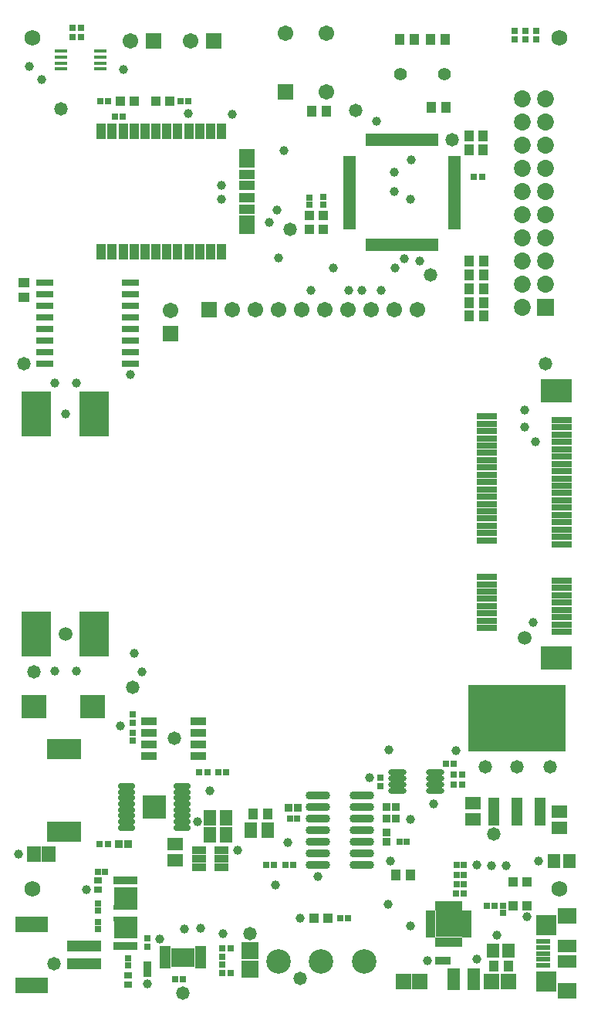
<source format=gts>
G04*
G04 #@! TF.GenerationSoftware,Altium Limited,Altium Designer,20.0.11 (256)*
G04*
G04 Layer_Color=8388736*
%FSLAX25Y25*%
%MOIN*%
G70*
G01*
G75*
%ADD74R,0.05400X0.01600*%
%ADD79R,0.10446X0.08477*%
%ADD80R,0.04540X0.01981*%
%ADD81R,0.13398X0.09855*%
%ADD82R,0.08674X0.03162*%
%ADD83R,0.04000X0.04000*%
%ADD84R,0.02572X0.02572*%
%ADD85R,0.14580X0.08674*%
%ADD86R,0.06706X0.06902*%
%ADD87R,0.05524X0.06312*%
%ADD88R,0.04343X0.04737*%
%ADD89R,0.03398X0.03241*%
%ADD90R,0.02572X0.02572*%
%ADD91R,0.11824X0.11824*%
%ADD92R,0.01981X0.03950*%
%ADD93R,0.03950X0.01981*%
%ADD94R,0.02926X0.03084*%
%ADD95R,0.02965X0.02965*%
%ADD96R,0.03241X0.03398*%
%ADD97R,0.03359X0.02965*%
%ADD98R,0.02965X0.02965*%
%ADD99R,0.02769X0.03280*%
%ADD100R,0.02769X0.02414*%
%ADD101R,0.10446X0.08280*%
%ADD102R,0.03084X0.02926*%
%ADD103R,0.03359X0.03359*%
%ADD104R,0.03359X0.03359*%
%ADD105R,0.42139X0.29147*%
%ADD106R,0.04934X0.12020*%
%ADD107R,0.05918X0.06509*%
%ADD108R,0.05524X0.01981*%
%ADD109R,0.01981X0.05524*%
%ADD110R,0.04000X0.07100*%
%ADD111R,0.07100X0.04000*%
%ADD112R,0.05721X0.09461*%
%ADD113R,0.07690X0.07493*%
%ADD114R,0.06804X0.03359*%
%ADD115R,0.11036X0.10249*%
%ADD116R,0.06509X0.05328*%
%ADD117R,0.04000X0.04000*%
%ADD118R,0.14580X0.04737*%
%ADD119R,0.14186X0.06706*%
%ADD120R,0.05918X0.03556*%
%ADD121R,0.06115X0.02375*%
%ADD122R,0.08674X0.09068*%
%ADD123R,0.08280X0.07099*%
%ADD124R,0.08280X0.05524*%
%ADD125R,0.07178X0.03084*%
%ADD126O,0.10642X0.03556*%
%ADD127R,0.09894X0.10485*%
G04:AMPARAMS|DCode=128|XSize=25.72mil|YSize=70.99mil|CornerRadius=5.95mil|HoleSize=0mil|Usage=FLASHONLY|Rotation=90.000|XOffset=0mil|YOffset=0mil|HoleType=Round|Shape=RoundedRectangle|*
%AMROUNDEDRECTD128*
21,1,0.02572,0.05909,0,0,90.0*
21,1,0.01382,0.07099,0,0,90.0*
1,1,0.01190,0.02955,0.00691*
1,1,0.01190,0.02955,-0.00691*
1,1,0.01190,-0.02955,-0.00691*
1,1,0.01190,-0.02955,0.00691*
%
%ADD128ROUNDEDRECTD128*%
%ADD129O,0.07887X0.02572*%
%ADD130R,0.12611X0.19698*%
%ADD131R,0.05328X0.06509*%
%ADD132R,0.04737X0.04343*%
%ADD133R,0.06706X0.06706*%
%ADD134C,0.06706*%
%ADD135C,0.03950*%
%ADD136C,0.05918*%
%ADD137R,0.06706X0.06706*%
%ADD138C,0.10564*%
%ADD139C,0.05524*%
%ADD140R,0.07303X0.07303*%
%ADD141C,0.07303*%
%ADD142C,0.06800*%
%ADD143C,0.05800*%
D74*
X22109Y411551D02*
D03*
Y408992D02*
D03*
Y406433D02*
D03*
Y403874D02*
D03*
X39309D02*
D03*
Y406433D02*
D03*
Y408992D02*
D03*
Y411551D02*
D03*
D79*
X74803Y20524D02*
D03*
D80*
X67224Y16587D02*
D03*
Y18161D02*
D03*
Y19736D02*
D03*
Y21311D02*
D03*
Y22886D02*
D03*
Y24461D02*
D03*
X82382D02*
D03*
Y22886D02*
D03*
Y21311D02*
D03*
Y19736D02*
D03*
Y18161D02*
D03*
Y16587D02*
D03*
D81*
X236280Y265177D02*
D03*
Y149823D02*
D03*
D82*
X206358Y253957D02*
D03*
Y250807D02*
D03*
Y247657D02*
D03*
Y244508D02*
D03*
Y241358D02*
D03*
Y238209D02*
D03*
Y235059D02*
D03*
Y231909D02*
D03*
Y228760D02*
D03*
Y225610D02*
D03*
Y222461D02*
D03*
Y219311D02*
D03*
Y216161D02*
D03*
Y213012D02*
D03*
Y209862D02*
D03*
Y206713D02*
D03*
Y203563D02*
D03*
Y200413D02*
D03*
X238642Y252382D02*
D03*
Y249232D02*
D03*
Y246083D02*
D03*
Y242933D02*
D03*
Y239784D02*
D03*
Y236634D02*
D03*
Y233484D02*
D03*
Y230335D02*
D03*
Y227185D02*
D03*
Y224035D02*
D03*
Y220886D02*
D03*
Y217736D02*
D03*
Y214587D02*
D03*
Y211437D02*
D03*
Y208287D02*
D03*
Y205138D02*
D03*
Y201988D02*
D03*
Y198839D02*
D03*
X206358Y184665D02*
D03*
Y181516D02*
D03*
Y178366D02*
D03*
Y175216D02*
D03*
Y172067D02*
D03*
Y168917D02*
D03*
Y165768D02*
D03*
Y162618D02*
D03*
X238642Y183091D02*
D03*
Y179941D02*
D03*
Y176791D02*
D03*
Y173642D02*
D03*
Y170492D02*
D03*
Y167342D02*
D03*
Y164193D02*
D03*
Y161043D02*
D03*
D83*
X69142Y390158D02*
D03*
X63189D02*
D03*
X47787D02*
D03*
X53740D02*
D03*
X131646Y37471D02*
D03*
X137598D02*
D03*
X217709Y42803D02*
D03*
X223661D02*
D03*
X217709Y53150D02*
D03*
X223661D02*
D03*
D84*
X142913Y37471D02*
D03*
X146063D02*
D03*
X193063Y56089D02*
D03*
X196213D02*
D03*
X193106Y51941D02*
D03*
X196256D02*
D03*
X209402Y42803D02*
D03*
X206252D02*
D03*
X41339Y57480D02*
D03*
X38189D02*
D03*
X77165Y390158D02*
D03*
X74016D02*
D03*
X39309D02*
D03*
X42458D02*
D03*
X124362Y80236D02*
D03*
X121213D02*
D03*
X171671Y70319D02*
D03*
X168522D02*
D03*
X193063Y60236D02*
D03*
X196213D02*
D03*
D85*
X23622Y110236D02*
D03*
Y74803D02*
D03*
D86*
X170097Y9886D02*
D03*
X177183D02*
D03*
X215465D02*
D03*
X208378D02*
D03*
D87*
X215465Y23327D02*
D03*
X208772D02*
D03*
X235236Y62017D02*
D03*
X241929D02*
D03*
D88*
X215465Y16732D02*
D03*
X209165D02*
D03*
X174803Y416732D02*
D03*
X168504D02*
D03*
X188583Y387402D02*
D03*
X182283D02*
D03*
X198425Y303150D02*
D03*
X204724D02*
D03*
X198425Y309055D02*
D03*
X204724D02*
D03*
X105118Y82284D02*
D03*
X111417D02*
D03*
X173246Y56067D02*
D03*
X166947D02*
D03*
X136811Y385539D02*
D03*
X130512D02*
D03*
X188189Y416732D02*
D03*
X181890D02*
D03*
X198425Y314961D02*
D03*
X204724D02*
D03*
X198425Y297220D02*
D03*
X204724D02*
D03*
X198425Y320984D02*
D03*
X204724D02*
D03*
X198398Y374989D02*
D03*
X204697D02*
D03*
X198398Y369083D02*
D03*
X204697D02*
D03*
D89*
X185504Y18941D02*
D03*
X188969D02*
D03*
D90*
X213339Y42803D02*
D03*
Y39654D02*
D03*
X51378Y20079D02*
D03*
Y16929D02*
D03*
X135504Y345442D02*
D03*
Y348592D02*
D03*
X129381Y345203D02*
D03*
Y348352D02*
D03*
D91*
X189716Y34929D02*
D03*
D92*
X194638Y27055D02*
D03*
X192669D02*
D03*
X190701D02*
D03*
X188732D02*
D03*
X186764D02*
D03*
X184795D02*
D03*
Y42803D02*
D03*
X186764D02*
D03*
X188732D02*
D03*
X190701D02*
D03*
X192669D02*
D03*
X194638D02*
D03*
D93*
X181843Y30008D02*
D03*
Y31976D02*
D03*
Y33945D02*
D03*
Y35913D02*
D03*
Y37882D02*
D03*
Y39850D02*
D03*
X197591D02*
D03*
Y37882D02*
D03*
Y35913D02*
D03*
Y33945D02*
D03*
Y31976D02*
D03*
Y30008D02*
D03*
D94*
X91929Y17461D02*
D03*
Y20531D02*
D03*
X38189Y32717D02*
D03*
Y35787D02*
D03*
Y40591D02*
D03*
Y43661D02*
D03*
D95*
X91949Y24461D02*
D03*
X95492D02*
D03*
X91949Y13622D02*
D03*
X95492D02*
D03*
X45472Y383465D02*
D03*
X49016D02*
D03*
X204134Y357480D02*
D03*
X200590D02*
D03*
X110742Y60236D02*
D03*
X114285D02*
D03*
X119095D02*
D03*
X122638D02*
D03*
X191929Y103937D02*
D03*
X188386D02*
D03*
X195575Y99213D02*
D03*
X192032D02*
D03*
X85433Y100394D02*
D03*
X81890D02*
D03*
X195575Y95079D02*
D03*
X192032D02*
D03*
X93691Y100394D02*
D03*
X90148D02*
D03*
X27362Y417685D02*
D03*
X30906D02*
D03*
X27362Y421622D02*
D03*
X30906D02*
D03*
X38878Y69291D02*
D03*
X42421D02*
D03*
X196260Y47991D02*
D03*
X192717D02*
D03*
D96*
X59449Y17087D02*
D03*
Y13622D02*
D03*
D97*
X38189Y53543D02*
D03*
Y49606D02*
D03*
X51378Y8661D02*
D03*
Y12598D02*
D03*
D98*
X59449Y28543D02*
D03*
Y25000D02*
D03*
X227559Y420276D02*
D03*
Y416732D02*
D03*
X222835Y420276D02*
D03*
Y416732D02*
D03*
X218110Y420276D02*
D03*
Y416732D02*
D03*
X160236Y94488D02*
D03*
Y98032D02*
D03*
X53351Y117520D02*
D03*
Y113976D02*
D03*
Y125394D02*
D03*
Y121850D02*
D03*
D99*
X46260Y25437D02*
D03*
X48819D02*
D03*
X51378D02*
D03*
X53937D02*
D03*
X46260Y53858D02*
D03*
X48819D02*
D03*
X51378D02*
D03*
X53937D02*
D03*
D100*
Y37169D02*
D03*
X51378D02*
D03*
X48819D02*
D03*
X46260D02*
D03*
X53937Y42126D02*
D03*
X51378D02*
D03*
X48819D02*
D03*
X46260D02*
D03*
D101*
X50098Y32622D02*
D03*
Y46673D02*
D03*
D102*
X74764Y11024D02*
D03*
X71693D02*
D03*
D103*
X163010Y80236D02*
D03*
X166947D02*
D03*
X166929Y85236D02*
D03*
X162992D02*
D03*
X120473Y85138D02*
D03*
X124409D02*
D03*
X51063Y69291D02*
D03*
X47126D02*
D03*
D104*
X162992Y70319D02*
D03*
Y74256D02*
D03*
D105*
X219291Y123622D02*
D03*
D106*
X229291Y83465D02*
D03*
X219291D02*
D03*
X209291D02*
D03*
D107*
X16929Y64961D02*
D03*
X10630D02*
D03*
D108*
X192126Y365354D02*
D03*
Y363386D02*
D03*
Y361417D02*
D03*
Y359449D02*
D03*
Y357480D02*
D03*
Y355512D02*
D03*
Y353543D02*
D03*
Y351575D02*
D03*
Y349606D02*
D03*
Y347638D02*
D03*
Y345669D02*
D03*
Y343701D02*
D03*
Y341732D02*
D03*
Y339764D02*
D03*
Y337795D02*
D03*
Y335827D02*
D03*
X146850D02*
D03*
Y337795D02*
D03*
Y339764D02*
D03*
Y341732D02*
D03*
Y343701D02*
D03*
Y345669D02*
D03*
Y347638D02*
D03*
Y349606D02*
D03*
Y351575D02*
D03*
Y353543D02*
D03*
Y355512D02*
D03*
Y357480D02*
D03*
Y359449D02*
D03*
Y361417D02*
D03*
Y363386D02*
D03*
Y365354D02*
D03*
D109*
X184252Y327953D02*
D03*
X182283D02*
D03*
X180315D02*
D03*
X178347D02*
D03*
X176378D02*
D03*
X174409D02*
D03*
X172441D02*
D03*
X170473D02*
D03*
X168504D02*
D03*
X166535D02*
D03*
X164567D02*
D03*
X162598D02*
D03*
X160630D02*
D03*
X158661D02*
D03*
X156693D02*
D03*
X154724D02*
D03*
Y373228D02*
D03*
X156693D02*
D03*
X158661D02*
D03*
X160630D02*
D03*
X162598D02*
D03*
X164567D02*
D03*
X166535D02*
D03*
X168504D02*
D03*
X170473D02*
D03*
X172441D02*
D03*
X174409D02*
D03*
X176378D02*
D03*
X178347D02*
D03*
X180315D02*
D03*
X182283D02*
D03*
X184252D02*
D03*
D110*
X39602Y325008D02*
D03*
X44327D02*
D03*
X49051D02*
D03*
X53776D02*
D03*
X58500D02*
D03*
X63224D02*
D03*
X67987D02*
D03*
X72687D02*
D03*
X77487D02*
D03*
X82187D02*
D03*
X86887D02*
D03*
X91587D02*
D03*
Y376992D02*
D03*
X86887D02*
D03*
X82187D02*
D03*
X77487D02*
D03*
X72687D02*
D03*
X67987D02*
D03*
X63224D02*
D03*
X58500D02*
D03*
X53776D02*
D03*
X49051D02*
D03*
X44327D02*
D03*
X39602D02*
D03*
D111*
X102687Y363292D02*
D03*
Y338787D02*
D03*
Y334763D02*
D03*
Y343512D02*
D03*
Y348236D02*
D03*
Y353792D02*
D03*
Y358492D02*
D03*
Y367292D02*
D03*
D112*
X191882Y11165D02*
D03*
X200543D02*
D03*
D113*
X103937Y15256D02*
D03*
Y23327D02*
D03*
D114*
X60189Y107461D02*
D03*
Y112461D02*
D03*
Y117461D02*
D03*
Y122461D02*
D03*
X81543D02*
D03*
Y117461D02*
D03*
Y112461D02*
D03*
Y107461D02*
D03*
D115*
X10638Y128713D02*
D03*
X35835D02*
D03*
D116*
X200284Y79921D02*
D03*
Y87008D02*
D03*
X237500Y83465D02*
D03*
Y76378D02*
D03*
X71653Y69291D02*
D03*
Y62205D02*
D03*
D117*
X129381Y340703D02*
D03*
Y334750D02*
D03*
X135504D02*
D03*
Y340703D02*
D03*
D118*
X32083Y25437D02*
D03*
Y17563D02*
D03*
D119*
X9445Y34689D02*
D03*
Y8311D02*
D03*
D120*
X91429Y59252D02*
D03*
Y62992D02*
D03*
Y66732D02*
D03*
X81980D02*
D03*
Y62992D02*
D03*
Y59252D02*
D03*
D121*
X230469Y27209D02*
D03*
Y24650D02*
D03*
Y22091D02*
D03*
Y19532D02*
D03*
Y16972D02*
D03*
D122*
X231748Y34295D02*
D03*
Y9886D02*
D03*
D123*
X241000Y38232D02*
D03*
Y5949D02*
D03*
D124*
Y25437D02*
D03*
Y18744D02*
D03*
D125*
X15354Y311693D02*
D03*
Y306693D02*
D03*
Y301693D02*
D03*
Y296693D02*
D03*
Y291693D02*
D03*
Y286693D02*
D03*
Y281693D02*
D03*
Y276693D02*
D03*
X52284Y311693D02*
D03*
Y306693D02*
D03*
Y301693D02*
D03*
Y296693D02*
D03*
Y291693D02*
D03*
Y286693D02*
D03*
Y281693D02*
D03*
Y276693D02*
D03*
D126*
X152362Y60236D02*
D03*
Y65236D02*
D03*
Y70236D02*
D03*
Y75236D02*
D03*
Y80236D02*
D03*
Y85236D02*
D03*
Y90236D02*
D03*
X133071Y60236D02*
D03*
Y65236D02*
D03*
Y70236D02*
D03*
Y75236D02*
D03*
Y80236D02*
D03*
Y85236D02*
D03*
Y90236D02*
D03*
D127*
X62598Y85433D02*
D03*
D128*
X74606Y76476D02*
D03*
Y79035D02*
D03*
Y81595D02*
D03*
Y84153D02*
D03*
Y86713D02*
D03*
Y89272D02*
D03*
Y91831D02*
D03*
Y94390D02*
D03*
X50591Y76476D02*
D03*
Y79035D02*
D03*
Y81595D02*
D03*
Y84153D02*
D03*
Y86713D02*
D03*
Y89272D02*
D03*
Y91831D02*
D03*
Y94390D02*
D03*
D129*
X167417Y100197D02*
D03*
Y97638D02*
D03*
Y95079D02*
D03*
Y92520D02*
D03*
X183756Y100197D02*
D03*
Y97638D02*
D03*
Y95079D02*
D03*
Y92520D02*
D03*
D130*
X11673Y159862D02*
D03*
X36476D02*
D03*
X11673Y255138D02*
D03*
X36476D02*
D03*
D131*
X86614Y80709D02*
D03*
X93701D02*
D03*
X111417Y75197D02*
D03*
X104331D02*
D03*
X93701Y73228D02*
D03*
X86614D02*
D03*
D132*
X6299Y305512D02*
D03*
Y311811D02*
D03*
D133*
X62205Y416142D02*
D03*
X88189D02*
D03*
X86378Y299890D02*
D03*
D134*
X52205Y416142D02*
D03*
X78189D02*
D03*
X69685Y299764D02*
D03*
X106378Y299890D02*
D03*
X176378D02*
D03*
X166378D02*
D03*
X156378D02*
D03*
X146378D02*
D03*
X136378D02*
D03*
X126378D02*
D03*
X116378D02*
D03*
X96378D02*
D03*
X136811Y393898D02*
D03*
Y419488D02*
D03*
X119095D02*
D03*
D135*
X222500Y256713D02*
D03*
X24075Y255138D02*
D03*
X19425Y268425D02*
D03*
X158661Y381500D02*
D03*
X118595Y368583D02*
D03*
X96378Y384433D02*
D03*
X192904Y109851D02*
D03*
X222500Y249232D02*
D03*
X28724Y144106D02*
D03*
X47894Y120472D02*
D03*
X52284Y271981D02*
D03*
X54012Y151575D02*
D03*
X177165Y320866D02*
D03*
X166378Y351000D02*
D03*
X77165Y384539D02*
D03*
X116177Y322300D02*
D03*
X115525Y343144D02*
D03*
X112205Y337795D02*
D03*
X91587Y353792D02*
D03*
Y347638D02*
D03*
X173333D02*
D03*
X49213Y403543D02*
D03*
X166342Y359449D02*
D03*
X13780Y399310D02*
D03*
X57087Y143839D02*
D03*
X19425Y144106D02*
D03*
X130209Y308268D02*
D03*
X139779Y318015D02*
D03*
X166535D02*
D03*
X146457Y308268D02*
D03*
X160630D02*
D03*
X152362D02*
D03*
X173522Y364605D02*
D03*
X8661Y405094D02*
D03*
X170453Y322067D02*
D03*
X227165Y242933D02*
D03*
X226378Y165055D02*
D03*
X163985Y110061D02*
D03*
X28724Y268425D02*
D03*
X75590Y32717D02*
D03*
X163394Y43307D02*
D03*
X214567Y60102D02*
D03*
X183071Y86614D02*
D03*
X173228Y79921D02*
D03*
X164567Y62017D02*
D03*
X155512Y98032D02*
D03*
X133071Y55512D02*
D03*
X82382Y33004D02*
D03*
X98420Y66732D02*
D03*
X125591Y37471D02*
D03*
X81161Y79035D02*
D03*
X120079Y70079D02*
D03*
X86614Y92520D02*
D03*
X114961Y51575D02*
D03*
X62598Y85433D02*
D03*
X3937Y64961D02*
D03*
X202000Y19532D02*
D03*
X92126Y30795D02*
D03*
X208378Y60102D02*
D03*
X228552Y62017D02*
D03*
X201969Y60236D02*
D03*
X173228Y33945D02*
D03*
X180709Y18941D02*
D03*
X210583Y30008D02*
D03*
X223661Y37882D02*
D03*
X64961Y28346D02*
D03*
X59449Y9188D02*
D03*
X33303Y49606D02*
D03*
D136*
X222500Y158287D02*
D03*
X24075Y159862D02*
D03*
D137*
X69685Y289764D02*
D03*
X119095Y393898D02*
D03*
D138*
X153150Y18744D02*
D03*
X134646D02*
D03*
X116142D02*
D03*
D139*
X187953Y401575D02*
D03*
X168740D02*
D03*
D140*
X231500Y301000D02*
D03*
D141*
X221500D02*
D03*
X231500Y311000D02*
D03*
X221500D02*
D03*
X231500Y321000D02*
D03*
X221500D02*
D03*
X231500Y331000D02*
D03*
X221500D02*
D03*
X231500Y341000D02*
D03*
X221500D02*
D03*
X231500Y351000D02*
D03*
X221500D02*
D03*
X231500Y361000D02*
D03*
X221500D02*
D03*
X231500Y371000D02*
D03*
X221500D02*
D03*
X231500Y381000D02*
D03*
X221500D02*
D03*
X231500Y391000D02*
D03*
X221500D02*
D03*
D142*
X237500Y417500D02*
D03*
X10000D02*
D03*
X237500Y50000D02*
D03*
X10000D02*
D03*
D143*
X233645Y102756D02*
D03*
X209291Y73852D02*
D03*
X149638Y385929D02*
D03*
X191339Y373414D02*
D03*
X53351Y136980D02*
D03*
X22109Y386785D02*
D03*
X121088Y334750D02*
D03*
X181745Y314961D02*
D03*
X231496Y276772D02*
D03*
X219291Y102756D02*
D03*
X205658D02*
D03*
X6299Y276772D02*
D03*
X10630Y143846D02*
D03*
X125591Y11425D02*
D03*
X71155Y114911D02*
D03*
X74803Y5118D02*
D03*
X103937Y30795D02*
D03*
X19291Y17563D02*
D03*
M02*

</source>
